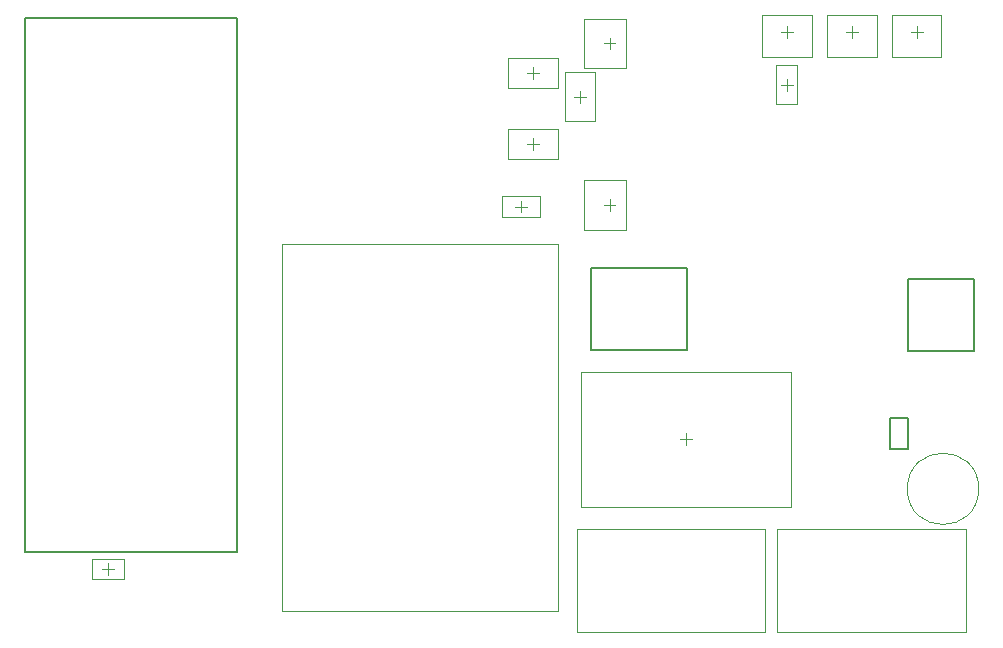
<source format=gbr>
G04*
G04 #@! TF.GenerationSoftware,Altium Limited,Altium Designer,24.6.1 (21)*
G04*
G04 Layer_Color=32768*
%FSLAX25Y25*%
%MOIN*%
G70*
G04*
G04 #@! TF.SameCoordinates,E7B071F1-E274-4D6C-8170-77C2E5B523DC*
G04*
G04*
G04 #@! TF.FilePolarity,Positive*
G04*
G01*
G75*
%ADD10C,0.00787*%
%ADD15C,0.00394*%
%ADD74C,0.00197*%
D10*
X192717Y112402D02*
X224606D01*
X192717D02*
Y139567D01*
X224606D01*
Y112402D02*
Y139567D01*
X292224Y89788D02*
X298327D01*
X292224Y79504D02*
Y89788D01*
Y79504D02*
X298327D01*
Y89788D01*
Y111909D02*
Y136122D01*
X320374D01*
Y111909D02*
Y136122D01*
X298327Y111909D02*
X320374D01*
X74764Y44899D02*
Y223186D01*
X3976D02*
X74764D01*
X3976Y44899D02*
Y223186D01*
Y44899D02*
X74764D01*
D15*
X222441Y82677D02*
X226378D01*
X224410Y80709D02*
Y84646D01*
X301181Y216535D02*
Y220472D01*
X299213Y218504D02*
X303150D01*
X279528Y216535D02*
Y220472D01*
X277559Y218504D02*
X281496D01*
X255906Y200787D02*
X259842D01*
X257874Y198819D02*
Y202756D01*
Y216535D02*
Y220472D01*
X255906Y218504D02*
X259842D01*
X196850Y160630D02*
X200787D01*
X198819Y158661D02*
Y162598D01*
X29528Y39370D02*
X33465D01*
X31496Y37402D02*
Y41339D01*
X198819Y212598D02*
Y216535D01*
X196850Y214567D02*
X200787D01*
X187008Y196834D02*
X190945D01*
X188976Y194865D02*
Y198802D01*
X167323Y160220D02*
X171260D01*
X169291Y158251D02*
Y162188D01*
X173228Y179134D02*
Y183071D01*
X171260Y181102D02*
X175197D01*
X173228Y202756D02*
Y206693D01*
X171260Y204724D02*
X175197D01*
D74*
X321860Y66111D02*
G03*
X321860Y66111I-11900J0D01*
G01*
X89724Y25512D02*
X181653D01*
Y147559D01*
X89724D02*
X181653D01*
X89724Y25512D02*
Y147559D01*
X254724Y18307D02*
Y52559D01*
Y18307D02*
X317717D01*
Y52559D01*
X254724D02*
X317717D01*
X187795Y18307D02*
Y52559D01*
Y18307D02*
X250787D01*
Y52559D01*
X187795D02*
X250787D01*
X259449Y60138D02*
Y105217D01*
X189370Y60138D02*
Y105217D01*
Y60138D02*
X259449D01*
X189370Y105217D02*
X259449D01*
X292913Y224016D02*
X309449D01*
X292913Y210039D02*
Y224016D01*
X309449Y210039D02*
Y224016D01*
X292913Y210039D02*
X309449D01*
X271260Y224016D02*
X287795D01*
X271260Y210039D02*
Y224016D01*
X287795Y210039D02*
Y224016D01*
X271260Y210039D02*
X287795D01*
X261417Y194291D02*
Y207283D01*
X254331Y194291D02*
Y207283D01*
X261417D01*
X254331Y194291D02*
X261417D01*
X249606Y224016D02*
X266142D01*
X249606Y210039D02*
Y224016D01*
X266142Y210039D02*
Y224016D01*
X249606Y210039D02*
X266142D01*
X204331Y152362D02*
Y168898D01*
X190354D02*
X204331D01*
X190354Y152362D02*
X204331D01*
X190354D02*
Y168898D01*
X26181Y36024D02*
Y42717D01*
X36811Y36024D02*
Y42717D01*
X26181D02*
X36811D01*
X26181Y36024D02*
X36811D01*
X190354Y206299D02*
Y222835D01*
Y206299D02*
X204331D01*
X190354Y222835D02*
X204331D01*
Y206299D02*
Y222835D01*
X184055Y188566D02*
Y205101D01*
X193898Y188566D02*
Y205101D01*
X184055Y188566D02*
X193898D01*
X184055Y205101D02*
X193898D01*
X175787Y156676D02*
Y163763D01*
X162795Y156676D02*
Y163763D01*
Y156676D02*
X175787D01*
X162795Y163763D02*
X175787D01*
X164961Y186024D02*
X181496D01*
X164961Y176181D02*
X181496D01*
X164961D02*
Y186024D01*
X181496Y176181D02*
Y186024D01*
X164961Y199803D02*
X181496D01*
X164961Y209646D02*
X181496D01*
Y199803D02*
Y209646D01*
X164961Y199803D02*
Y209646D01*
M02*

</source>
